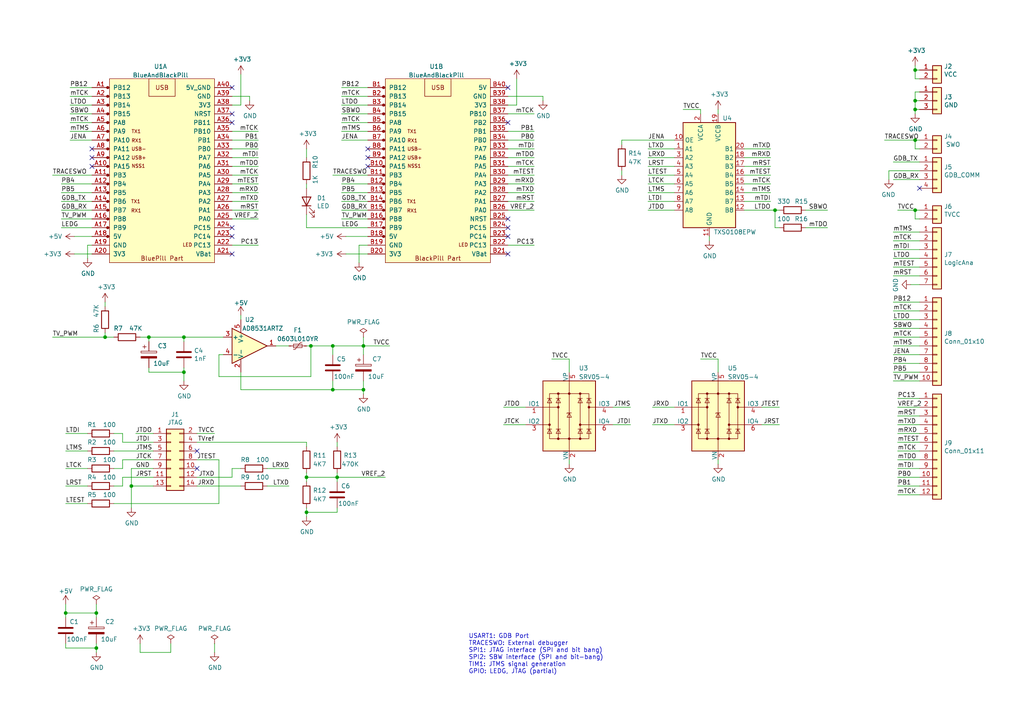
<source format=kicad_sch>
(kicad_sch (version 20211123) (generator eeschema)
  (paper "A4")
  (title_block (title "MSPBMP Development Protoboard") (date "2022-01-09") (rev "3") (company "Mathias Gruber") (comment 1 "With optional TRACE SWO using FT232RL"))
  (junction (at 265.43 40.64))
  (junction (at 53.34 97.79))
  (junction (at 97.79 138.43))
  (junction (at 265.43 20.32))
  (junction (at 88.9 138.43))
  (junction (at 43.18 97.79))
  (junction (at 19.05 177.8))
  (junction (at 88.9 148.59))
  (junction (at 265.43 31.75))
  (junction (at 265.43 60.96))
  (junction (at 96.52 113.03))
  (junction (at 30.48 97.79))
  (junction (at 90.17 100.33))
  (junction (at 38.1 140.97))
  (junction (at 53.34 107.95))
  (junction (at 105.41 100.33))
  (junction (at 224.79 60.96))
  (junction (at 265.43 29.21))
  (junction (at 105.41 113.03))
  (junction (at 96.52 100.33))
  (junction (at 27.94 187.96))
  (junction (at 27.94 177.8))
  (no_connect (at 26.67 48.26))
  (no_connect (at 67.31 33.02))
  (no_connect (at 67.31 68.58))
  (no_connect (at 67.31 66.04))
  (no_connect (at 67.31 73.66))
  (no_connect (at 67.31 25.4))
  (no_connect (at 26.67 43.18))
  (no_connect (at 26.67 45.72))
  (no_connect (at 147.32 66.04))
  (no_connect (at 106.68 45.72))
  (no_connect (at 106.68 43.18))
  (no_connect (at 67.31 35.56))
  (no_connect (at 147.32 35.56))
  (no_connect (at 266.7 54.61))
  (no_connect (at 57.15 135.89))
  (no_connect (at 147.32 73.66))
  (no_connect (at 147.32 68.58))
  (no_connect (at 147.32 25.4))
  (no_connect (at 57.15 130.81))
  (no_connect (at 106.68 48.26))
  (no_connect (at 147.32 63.5))
  (wire (pts (xy 265.43 33.02) (xy 265.43 31.75)))
  (wire (pts (xy 265.43 19.05) (xy 265.43 20.32)))
  (wire (pts (xy 62.23 189.23) (xy 62.23 186.69)))
  (wire (pts (xy 198.12 31.75) (xy 203.2 31.75)))
  (wire (pts (xy 67.31 53.34) (xy 74.93 53.34)))
  (wire (pts (xy 220.98 118.11) (xy 226.06 118.11)))
  (wire (pts (xy 105.41 97.79) (xy 105.41 100.33)))
  (wire (pts (xy 15.24 50.8) (xy 26.67 50.8)))
  (wire (pts (xy 44.45 125.73) (xy 39.37 125.73)))
  (wire (pts (xy 147.32 38.1) (xy 154.94 38.1)))
  (wire (pts (xy 17.78 58.42) (xy 26.67 58.42)))
  (wire (pts (xy 265.43 60.96) (xy 265.43 63.5)))
  (wire (pts (xy 38.1 135.89) (xy 38.1 140.97)))
  (wire (pts (xy 69.85 91.44) (xy 69.85 92.71)))
  (wire (pts (xy 189.23 118.11) (xy 195.58 118.11)))
  (wire (pts (xy 146.05 118.11) (xy 152.4 118.11)))
  (wire (pts (xy 35.56 135.89) (xy 33.02 135.89)))
  (wire (pts (xy 215.9 45.72) (xy 223.52 45.72)))
  (wire (pts (xy 40.64 97.79) (xy 43.18 97.79)))
  (wire (pts (xy 67.31 135.89) (xy 69.85 135.89)))
  (wire (pts (xy 35.56 140.97) (xy 33.02 140.97)))
  (wire (pts (xy 88.9 62.23) (xy 88.9 66.04)))
  (wire (pts (xy 38.1 140.97) (xy 38.1 147.32)))
  (wire (pts (xy 88.9 45.72) (xy 88.9 43.18)))
  (wire (pts (xy 99.06 53.34) (xy 106.68 53.34)))
  (wire (pts (xy 160.02 104.14) (xy 165.1 104.14)))
  (wire (pts (xy 19.05 175.26) (xy 19.05 177.8)))
  (wire (pts (xy 63.5 133.35) (xy 63.5 146.05)))
  (wire (pts (xy 265.43 60.96) (xy 266.7 60.96)))
  (wire (pts (xy 44.45 135.89) (xy 38.1 135.89)))
  (wire (pts (xy 240.03 66.04) (xy 233.68 66.04)))
  (wire (pts (xy 106.68 25.4) (xy 99.06 25.4)))
  (wire (pts (xy 177.8 118.11) (xy 182.88 118.11)))
  (wire (pts (xy 96.52 110.49) (xy 96.52 113.03)))
  (wire (pts (xy 147.32 60.96) (xy 154.94 60.96)))
  (wire (pts (xy 266.7 74.93) (xy 259.08 74.93)))
  (wire (pts (xy 67.31 45.72) (xy 74.93 45.72)))
  (wire (pts (xy 21.59 68.58) (xy 26.67 68.58)))
  (wire (pts (xy 106.68 50.8) (xy 96.52 50.8)))
  (wire (pts (xy 90.17 100.33) (xy 96.52 100.33)))
  (wire (pts (xy 105.41 113.03) (xy 105.41 114.3)))
  (wire (pts (xy 67.31 50.8) (xy 74.93 50.8)))
  (wire (pts (xy 106.68 60.96) (xy 99.06 60.96)))
  (wire (pts (xy 77.47 140.97) (xy 83.82 140.97)))
  (wire (pts (xy 266.7 105.41) (xy 259.08 105.41)))
  (wire (pts (xy 53.34 97.79) (xy 53.34 99.06)))
  (wire (pts (xy 187.96 60.96) (xy 195.58 60.96)))
  (wire (pts (xy 187.96 45.72) (xy 195.58 45.72)))
  (wire (pts (xy 266.7 29.21) (xy 265.43 29.21)))
  (wire (pts (xy 224.79 60.96) (xy 226.06 60.96)))
  (wire (pts (xy 147.32 40.64) (xy 154.94 40.64)))
  (wire (pts (xy 208.28 104.14) (xy 203.2 104.14)))
  (wire (pts (xy 20.32 35.56) (xy 26.67 35.56)))
  (wire (pts (xy 80.01 100.33) (xy 83.82 100.33)))
  (wire (pts (xy 17.78 55.88) (xy 26.67 55.88)))
  (wire (pts (xy 20.32 40.64) (xy 26.67 40.64)))
  (wire (pts (xy 67.31 71.12) (xy 74.93 71.12)))
  (wire (pts (xy 265.43 40.64) (xy 265.43 43.18)))
  (wire (pts (xy 25.4 135.89) (xy 19.05 135.89)))
  (wire (pts (xy 96.52 100.33) (xy 96.52 102.87)))
  (wire (pts (xy 20.32 30.48) (xy 26.67 30.48)))
  (wire (pts (xy 30.48 87.63) (xy 30.48 88.9)))
  (wire (pts (xy 266.7 115.57) (xy 260.35 115.57)))
  (wire (pts (xy 72.39 29.21) (xy 72.39 27.94)))
  (wire (pts (xy 259.08 102.87) (xy 266.7 102.87)))
  (wire (pts (xy 215.9 48.26) (xy 223.52 48.26)))
  (wire (pts (xy 20.32 27.94) (xy 26.67 27.94)))
  (wire (pts (xy 44.45 140.97) (xy 38.1 140.97)))
  (wire (pts (xy 224.79 60.96) (xy 224.79 66.04)))
  (wire (pts (xy 105.41 100.33) (xy 113.03 100.33)))
  (wire (pts (xy 266.7 143.51) (xy 260.35 143.51)))
  (wire (pts (xy 215.9 58.42) (xy 223.52 58.42)))
  (wire (pts (xy 57.15 128.27) (xy 88.9 128.27)))
  (wire (pts (xy 96.52 100.33) (xy 105.41 100.33)))
  (wire (pts (xy 266.7 128.27) (xy 260.35 128.27)))
  (wire (pts (xy 43.18 97.79) (xy 53.34 97.79)))
  (wire (pts (xy 97.79 128.27) (xy 97.79 129.54)))
  (wire (pts (xy 266.7 140.97) (xy 260.35 140.97)))
  (wire (pts (xy 147.32 45.72) (xy 154.94 45.72)))
  (wire (pts (xy 106.68 27.94) (xy 99.06 27.94)))
  (wire (pts (xy 69.85 30.48) (xy 69.85 21.59)))
  (wire (pts (xy 88.9 66.04) (xy 106.68 66.04)))
  (wire (pts (xy 69.85 107.95) (xy 69.85 113.03)))
  (wire (pts (xy 67.31 138.43) (xy 67.31 135.89)))
  (wire (pts (xy 88.9 100.33) (xy 90.17 100.33)))
  (wire (pts (xy 20.32 33.02) (xy 26.67 33.02)))
  (wire (pts (xy 49.53 189.23) (xy 40.64 189.23)))
  (wire (pts (xy 257.81 49.53) (xy 266.7 49.53)))
  (wire (pts (xy 205.74 68.58) (xy 205.74 69.85)))
  (wire (pts (xy 266.7 63.5) (xy 265.43 63.5)))
  (wire (pts (xy 99.06 38.1) (xy 106.68 38.1)))
  (wire (pts (xy 195.58 40.64) (xy 180.34 40.64)))
  (wire (pts (xy 215.9 50.8) (xy 223.52 50.8)))
  (wire (pts (xy 88.9 54.61) (xy 88.9 53.34)))
  (wire (pts (xy 67.31 40.64) (xy 74.93 40.64)))
  (wire (pts (xy 266.7 130.81) (xy 260.35 130.81)))
  (wire (pts (xy 259.08 100.33) (xy 266.7 100.33)))
  (wire (pts (xy 99.06 63.5) (xy 106.68 63.5)))
  (wire (pts (xy 97.79 138.43) (xy 97.79 139.7)))
  (wire (pts (xy 53.34 97.79) (xy 64.77 97.79)))
  (wire (pts (xy 63.5 146.05) (xy 33.02 146.05)))
  (wire (pts (xy 266.7 80.01) (xy 259.08 80.01)))
  (wire (pts (xy 25.4 71.12) (xy 25.4 74.93)))
  (wire (pts (xy 147.32 27.94) (xy 157.48 27.94)))
  (wire (pts (xy 43.18 106.68) (xy 43.18 107.95)))
  (wire (pts (xy 25.4 140.97) (xy 19.05 140.97)))
  (wire (pts (xy 266.7 95.25) (xy 259.08 95.25)))
  (wire (pts (xy 187.96 55.88) (xy 195.58 55.88)))
  (wire (pts (xy 266.7 77.47) (xy 259.08 77.47)))
  (wire (pts (xy 265.43 40.64) (xy 266.7 40.64)))
  (wire (pts (xy 266.7 97.79) (xy 259.08 97.79)))
  (wire (pts (xy 265.43 29.21) (xy 265.43 26.67)))
  (wire (pts (xy 17.78 53.34) (xy 26.67 53.34)))
  (wire (pts (xy 266.7 87.63) (xy 259.08 87.63)))
  (wire (pts (xy 266.7 120.65) (xy 260.35 120.65)))
  (wire (pts (xy 35.56 128.27) (xy 35.56 125.73)))
  (wire (pts (xy 88.9 138.43) (xy 88.9 139.7)))
  (wire (pts (xy 97.79 148.59) (xy 88.9 148.59)))
  (wire (pts (xy 19.05 125.73) (xy 25.4 125.73)))
  (wire (pts (xy 67.31 48.26) (xy 74.93 48.26)))
  (wire (pts (xy 43.18 99.06) (xy 43.18 97.79)))
  (wire (pts (xy 266.7 31.75) (xy 265.43 31.75)))
  (wire (pts (xy 49.53 186.69) (xy 49.53 189.23)))
  (wire (pts (xy 57.15 140.97) (xy 69.85 140.97)))
  (wire (pts (xy 264.16 82.55) (xy 266.7 82.55)))
  (wire (pts (xy 63.5 102.87) (xy 64.77 102.87)))
  (wire (pts (xy 256.54 40.64) (xy 265.43 40.64)))
  (wire (pts (xy 88.9 147.32) (xy 88.9 148.59)))
  (wire (pts (xy 266.7 69.85) (xy 259.08 69.85)))
  (wire (pts (xy 187.96 48.26) (xy 195.58 48.26)))
  (wire (pts (xy 35.56 133.35) (xy 35.56 135.89)))
  (wire (pts (xy 220.98 123.19) (xy 226.06 123.19)))
  (wire (pts (xy 266.7 20.32) (xy 265.43 20.32)))
  (wire (pts (xy 99.06 40.64) (xy 106.68 40.64)))
  (wire (pts (xy 67.31 55.88) (xy 74.93 55.88)))
  (wire (pts (xy 19.05 146.05) (xy 25.4 146.05)))
  (wire (pts (xy 40.64 189.23) (xy 40.64 186.69)))
  (wire (pts (xy 44.45 128.27) (xy 35.56 128.27)))
  (wire (pts (xy 259.08 46.99) (xy 266.7 46.99)))
  (wire (pts (xy 257.81 52.07) (xy 257.81 49.53)))
  (wire (pts (xy 27.94 186.69) (xy 27.94 187.96)))
  (wire (pts (xy 215.9 43.18) (xy 223.52 43.18)))
  (wire (pts (xy 165.1 104.14) (xy 165.1 107.95)))
  (wire (pts (xy 63.5 109.22) (xy 63.5 102.87)))
  (wire (pts (xy 106.68 30.48) (xy 99.06 30.48)))
  (wire (pts (xy 147.32 58.42) (xy 154.94 58.42)))
  (wire (pts (xy 106.68 33.02) (xy 99.06 33.02)))
  (wire (pts (xy 147.32 50.8) (xy 154.94 50.8)))
  (wire (pts (xy 266.7 138.43) (xy 260.35 138.43)))
  (wire (pts (xy 265.43 20.32) (xy 265.43 22.86)))
  (wire (pts (xy 57.15 125.73) (xy 62.23 125.73)))
  (wire (pts (xy 149.86 22.86) (xy 149.86 30.48)))
  (wire (pts (xy 27.94 187.96) (xy 19.05 187.96)))
  (wire (pts (xy 260.35 60.96) (xy 265.43 60.96)))
  (wire (pts (xy 30.48 97.79) (xy 33.02 97.79)))
  (wire (pts (xy 147.32 71.12) (xy 154.94 71.12)))
  (wire (pts (xy 147.32 43.18) (xy 154.94 43.18)))
  (wire (pts (xy 57.15 138.43) (xy 67.31 138.43)))
  (wire (pts (xy 266.7 90.17) (xy 259.08 90.17)))
  (wire (pts (xy 67.31 60.96) (xy 74.93 60.96)))
  (wire (pts (xy 26.67 71.12) (xy 25.4 71.12)))
  (wire (pts (xy 19.05 186.69) (xy 19.05 187.96)))
  (wire (pts (xy 147.32 53.34) (xy 154.94 53.34)))
  (wire (pts (xy 106.68 58.42) (xy 99.06 58.42)))
  (wire (pts (xy 63.5 109.22) (xy 90.17 109.22)))
  (wire (pts (xy 20.32 25.4) (xy 26.67 25.4)))
  (wire (pts (xy 67.31 43.18) (xy 74.93 43.18)))
  (wire (pts (xy 27.94 177.8) (xy 27.94 179.07)))
  (wire (pts (xy 44.45 138.43) (xy 35.56 138.43)))
  (wire (pts (xy 180.34 49.53) (xy 180.34 50.8)))
  (wire (pts (xy 69.85 113.03) (xy 96.52 113.03)))
  (wire (pts (xy 105.41 100.33) (xy 105.41 102.87)))
  (wire (pts (xy 266.7 72.39) (xy 259.08 72.39)))
  (wire (pts (xy 88.9 148.59) (xy 88.9 149.86)))
  (wire (pts (xy 259.08 52.07) (xy 266.7 52.07)))
  (wire (pts (xy 67.31 30.48) (xy 69.85 30.48)))
  (wire (pts (xy 266.7 118.11) (xy 260.35 118.11)))
  (wire (pts (xy 97.79 147.32) (xy 97.79 148.59)))
  (wire (pts (xy 266.7 135.89) (xy 260.35 135.89)))
  (wire (pts (xy 67.31 63.5) (xy 74.93 63.5)))
  (wire (pts (xy 180.34 40.64) (xy 180.34 41.91)))
  (wire (pts (xy 35.56 125.73) (xy 33.02 125.73)))
  (wire (pts (xy 147.32 33.02) (xy 154.94 33.02)))
  (wire (pts (xy 187.96 43.18) (xy 195.58 43.18)))
  (wire (pts (xy 146.05 123.19) (xy 152.4 123.19)))
  (wire (pts (xy 240.03 60.96) (xy 233.68 60.96)))
  (wire (pts (xy 165.1 133.35) (xy 165.1 134.62)))
  (wire (pts (xy 19.05 177.8) (xy 19.05 179.07)))
  (wire (pts (xy 106.68 71.12) (xy 104.14 71.12)))
  (wire (pts (xy 266.7 123.19) (xy 260.35 123.19)))
  (wire (pts (xy 90.17 100.33) (xy 90.17 109.22)))
  (wire (pts (xy 266.7 43.18) (xy 265.43 43.18)))
  (wire (pts (xy 30.48 96.52) (xy 30.48 97.79)))
  (wire (pts (xy 17.78 66.04) (xy 26.67 66.04)))
  (wire (pts (xy 67.31 38.1) (xy 74.93 38.1)))
  (wire (pts (xy 266.7 110.49) (xy 259.08 110.49)))
  (wire (pts (xy 17.78 60.96) (xy 26.67 60.96)))
  (wire (pts (xy 17.78 63.5) (xy 26.67 63.5)))
  (wire (pts (xy 53.34 107.95) (xy 53.34 110.49)))
  (wire (pts (xy 203.2 33.02) (xy 203.2 31.75)))
  (wire (pts (xy 215.9 55.88) (xy 223.52 55.88)))
  (wire (pts (xy 265.43 22.86) (xy 266.7 22.86)))
  (wire (pts (xy 189.23 123.19) (xy 195.58 123.19)))
  (wire (pts (xy 97.79 137.16) (xy 97.79 138.43)))
  (wire (pts (xy 44.45 133.35) (xy 35.56 133.35)))
  (wire (pts (xy 15.24 97.79) (xy 30.48 97.79)))
  (wire (pts (xy 96.52 113.03) (xy 105.41 113.03)))
  (wire (pts (xy 157.48 27.94) (xy 157.48 29.21)))
  (wire (pts (xy 266.7 107.95) (xy 259.08 107.95)))
  (wire (pts (xy 208.28 104.14) (xy 208.28 107.95)))
  (wire (pts (xy 215.9 60.96) (xy 224.79 60.96)))
  (wire (pts (xy 265.43 26.67) (xy 266.7 26.67)))
  (wire (pts (xy 104.14 71.12) (xy 104.14 76.2)))
  (wire (pts (xy 53.34 106.68) (xy 53.34 107.95)))
  (wire (pts (xy 72.39 27.94) (xy 67.31 27.94)))
  (wire (pts (xy 226.06 66.04) (xy 224.79 66.04)))
  (wire (pts (xy 88.9 137.16) (xy 88.9 138.43)))
  (wire (pts (xy 44.45 130.81) (xy 33.02 130.81)))
  (wire (pts (xy 27.94 187.96) (xy 27.94 189.23)))
  (wire (pts (xy 106.68 35.56) (xy 99.06 35.56)))
  (wire (pts (xy 187.96 50.8) (xy 195.58 50.8)))
  (wire (pts (xy 88.9 138.43) (xy 97.79 138.43)))
  (wire (pts (xy 187.96 53.34) (xy 195.58 53.34)))
  (wire (pts (xy 266.7 125.73) (xy 260.35 125.73)))
  (wire (pts (xy 43.18 107.95) (xy 53.34 107.95)))
  (wire (pts (xy 25.4 130.81) (xy 19.05 130.81)))
  (wire (pts (xy 88.9 128.27) (xy 88.9 129.54)))
  (wire (pts (xy 208.28 133.35) (xy 208.28 134.62)))
  (wire (pts (xy 265.43 31.75) (xy 265.43 29.21)))
  (wire (pts (xy 266.7 133.35) (xy 260.35 133.35)))
  (wire (pts (xy 208.28 31.75) (xy 208.28 33.02)))
  (wire (pts (xy 106.68 55.88) (xy 99.06 55.88)))
  (wire (pts (xy 147.32 48.26) (xy 154.94 48.26)))
  (wire (pts (xy 266.7 92.71) (xy 259.08 92.71)))
  (wire (pts (xy 215.9 53.34) (xy 223.52 53.34)))
  (wire (pts (xy 266.7 67.31) (xy 259.08 67.31)))
  (wire (pts (xy 57.15 133.35) (xy 63.5 133.35)))
  (wire (pts (xy 20.32 38.1) (xy 26.67 38.1)))
  (wire (pts (xy 105.41 110.49) (xy 105.41 113.03)))
  (wire (pts (xy 35.56 138.43) (xy 35.56 140.97)))
  (wire (pts (xy 19.05 177.8) (xy 27.94 177.8)))
  (wire (pts (xy 177.8 123.19) (xy 182.88 123.19)))
  (wire (pts (xy 67.31 58.42) (xy 74.93 58.42)))
  (wire (pts (xy 100.33 68.58) (xy 106.68 68.58)))
  (wire (pts (xy 147.32 30.48) (xy 149.86 30.48)))
  (wire (pts (xy 21.59 73.66) (xy 26.67 73.66)))
  (wire (pts (xy 77.47 135.89) (xy 83.82 135.89)))
  (wire (pts (xy 27.94 175.26) (xy 27.94 177.8)))
  (wire (pts (xy 106.68 73.66) (xy 100.33 73.66)))
  (wire (pts (xy 147.32 55.88) (xy 154.94 55.88)))
  (wire (pts (xy 97.79 138.43) (xy 111.76 138.43)))
  (wire (pts (xy 187.96 58.42) (xy 195.58 58.42)))
  (text "USART1: GDB Port\nTRACESWO: External debugger\nSPI1: JTAG interface (SPI and bit bang)\nSPI2: SBW interface (SPI and bit-bang)\nTIM1: JTMS signal generation\nGPIO: LEDG, JTAG (partial)" (at 135.89 195.58 0) (effects (font (size 1.27 1.27)) (justify left bottom)))
  (label "TV_PWM" (at 99.06 63.5 0))
  (label "TV_PWM" (at 259.08 110.49 0))
  (label "LEDG" (at 17.78 66.04 0))
  (label "TVCC" (at 62.23 125.73 180))
  (label "TRACESWO" (at 15.24 50.8 0))
  (label "mTMS" (at 20.32 38.1 0))
  (label "LRXD" (at 83.82 135.89 180))
  (label "mTCK" (at 20.32 35.56 0))
  (label "mRST" (at 223.52 48.26 180))
  (label "mTCK" (at 223.52 53.34 180))
  (label "LTDO" (at 223.52 60.96 180))
  (label "mTCK" (at 259.08 90.17 0))
  (label "PB5" (at 99.06 55.88 0))
  (label "mTDI" (at 154.94 43.18 180))
  (label "VREF_2" (at 111.76 138.43 180))
  (label "GDB_RX" (at 99.06 60.96 0))
  (label "LTDI" (at 19.05 125.73 0))
  (label "GDB_RX" (at 17.78 60.96 0))
  (label "mTCK" (at 259.08 69.85 0))
  (label "mTMS" (at 259.08 67.31 0))
  (label "mRST" (at 154.94 58.42 180))
  (label "TVCC" (at 113.03 100.33 180))
  (label "PB0" (at 74.93 43.18 180))
  (label "JENA" (at 259.08 102.87 0))
  (label "PB4" (at 99.06 53.34 0))
  (label "PB1" (at 260.35 140.97 0))
  (label "mTMS" (at 223.52 55.88 180))
  (label "JRST" (at 226.06 123.19 180))
  (label "mTMS" (at 99.06 38.1 0))
  (label "JTEST" (at 57.15 133.35 0))
  (label "mTXD" (at 223.52 43.18 180))
  (label "mTXD" (at 74.93 58.42 180))
  (label "LTXD" (at 187.96 43.18 0))
  (label "LTDO" (at 259.08 74.93 0))
  (label "JENA" (at 99.06 40.64 0))
  (label "mTMS" (at 259.08 100.33 0))
  (label "SBWO" (at 99.06 33.02 0))
  (label "mTCK" (at 99.06 35.56 0))
  (label "LTEST" (at 19.05 146.05 0))
  (label "SBWO" (at 259.08 95.25 0))
  (label "PB0" (at 154.94 40.64 180))
  (label "JRXD" (at 189.23 118.11 0))
  (label "mRST" (at 260.35 120.65 0))
  (label "mRST" (at 259.08 80.01 0))
  (label "JRST" (at 39.37 138.43 0))
  (label "mTCK" (at 260.35 143.51 0))
  (label "TVCC" (at 198.12 31.75 0))
  (label "mTCK" (at 74.93 50.8 180))
  (label "mTEST" (at 259.08 77.47 0))
  (label "JTEST" (at 226.06 118.11 180))
  (label "mTEST" (at 223.52 50.8 180))
  (label "mTCK" (at 74.93 38.1 180))
  (label "GDB_TX" (at 259.08 46.99 0))
  (label "mTCK" (at 99.06 27.94 0))
  (label "mTDO" (at 74.93 48.26 180))
  (label "TV_PWM" (at 17.78 63.5 0))
  (label "LTXD" (at 83.82 140.97 180))
  (label "JTMS" (at 39.37 130.81 0))
  (label "LTDO" (at 99.06 30.48 0))
  (label "SBWO" (at 20.32 33.02 0))
  (label "mTEST" (at 154.94 50.8 180))
  (label "PB12" (at 20.32 25.4 0))
  (label "JENA" (at 20.32 40.64 0))
  (label "PC13" (at 74.93 71.12 180))
  (label "mTCK" (at 154.94 33.02 180))
  (label "VREF_2" (at 74.93 63.5 180))
  (label "LTDO" (at 20.32 30.48 0))
  (label "TRACESWO" (at 256.54 40.64 0))
  (label "mTEST" (at 74.93 53.34 180))
  (label "mTEST" (at 260.35 128.27 0))
  (label "mRXD" (at 223.52 45.72 180))
  (label "LTEST" (at 187.96 50.8 0))
  (label "LTDI" (at 187.96 58.42 0))
  (label "mTCK" (at 260.35 130.81 0))
  (label "PB4" (at 259.08 105.41 0))
  (label "PB12" (at 99.06 25.4 0))
  (label "LRST" (at 19.05 140.97 0))
  (label "mTDI" (at 260.35 135.89 0))
  (label "JTDO" (at 39.37 125.73 0))
  (label "JTXD" (at 62.23 138.43 180))
  (label "JRXD" (at 62.23 140.97 180))
  (label "PB1" (at 74.93 40.64 180))
  (label "GDB_RX" (at 259.08 52.07 0))
  (label "PC13" (at 154.94 71.12 180))
  (label "LTCK" (at 187.96 53.34 0))
  (label "TRACESWO" (at 96.52 50.8 0))
  (label "PB1" (at 154.94 38.1 180))
  (label "mRST" (at 74.93 60.96 180))
  (label "TVCC" (at 260.35 60.96 0))
  (label "mTDO" (at 240.03 66.04 180))
  (label "PB0" (at 260.35 138.43 0))
  (label "JTDI" (at 39.37 128.27 0))
  (label "JTDO" (at 187.96 60.96 0))
  (label "mTDO" (at 154.94 45.72 180))
  (label "GND" (at 39.37 135.89 0))
  (label "mTCK" (at 259.08 97.79 0))
  (label "JTDI" (at 182.88 123.19 180))
  (label "LTMS" (at 19.05 130.81 0))
  (label "mRXD" (at 260.35 125.73 0))
  (label "mTDI" (at 259.08 72.39 0))
  (label "mTDI" (at 74.93 45.72 180))
  (label "mTXD" (at 154.94 55.88 180))
  (label "JTDO" (at 146.05 118.11 0))
  (label "mRXD" (at 154.94 53.34 180))
  (label "PB5" (at 259.08 107.95 0))
  (label "PB12" (at 259.08 87.63 0))
  (label "JTXD" (at 189.23 123.19 0))
  (label "LRST" (at 187.96 48.26 0))
  (label "JTMS" (at 182.88 118.11 180))
  (label "LTDO" (at 259.08 92.71 0))
  (label "LTMS" (at 187.96 55.88 0))
  (label "LTCK" (at 19.05 135.89 0))
  (label "LRXD" (at 187.96 45.72 0))
  (label "GDB_TX" (at 99.06 58.42 0))
  (label "LEDG" (at 99.06 66.04 0))
  (label "mTXD" (at 260.35 123.19 0))
  (label "mTDO" (at 260.35 133.35 0))
  (label "PB5" (at 17.78 55.88 0))
  (label "TVCC" (at 160.02 104.14 0))
  (label "VREF_2" (at 154.94 60.96 180))
  (label "PC13" (at 260.35 115.57 0))
  (label "TVCC" (at 203.2 104.14 0))
  (label "SBWO" (at 240.03 60.96 180))
  (label "TVref" (at 62.23 128.27 180))
  (label "JTCK" (at 146.05 123.19 0))
  (label "GDB_TX" (at 17.78 58.42 0))
  (label "mTCK" (at 20.32 27.94 0))
  (label "mTCK" (at 154.94 48.26 180))
  (label "JTCK" (at 39.37 133.35 0))
  (label "PB4" (at 17.78 53.34 0))
  (label "VREF_2" (at 260.35 118.11 0))
  (label "TV_PWM" (at 15.24 97.79 0))
  (label "mTDI" (at 223.52 58.42 180))
  (label "JENA" (at 187.96 40.64 0))
  (label "mRXD" (at 74.93 55.88 180))
  (symbol (lib_id "Connector_Generic:Conn_02x07_Odd_Even") (at 49.53 133.35 0) (unit 1)
    (property "Reference" "J1" (at 50.8 120.2182 0))
    (property "Value" "JTAG" (at 50.8 122.5296 0))
    (property "Footprint" "Connector_IDC:IDC-Header_2x07_P2.54mm_Vertical" (effects hide))
  )
  (symbol (lib_id "Device:R") (at 88.9 49.53 180) (unit 1)
    (property "Reference" "R10" (at 91.44 46.99 90))
    (property "Value" "1K" (at 91.44 52.07 90))
    (property "Footprint" "Resistor_SMD:R_0603_1608Metric_Pad0.98x0.95mm_HandSolder" (effects hide))
  )
  (symbol (lib_id "power:GND") (at 38.1 147.32 0) (unit 1)
    (property "Reference" "#PWR07" (effects hide))
    (property "Value" "GND" (at 38.227 151.7142 0))
  )
  (symbol (lib_id "Device:LED") (at 88.9 58.42 90) (unit 1)
    (property "Reference" "D1" (at 91.8972 57.4294 90) (effects (justify right)))
    (property "Value" "LED" (at 91.8972 59.7408 90) (effects (justify right)))
    (property "Footprint" "LED_THT:LED_D3.0mm" (effects hide))
  )
  (symbol (lib_id "power:+3V3") (at 100.33 73.66 90) (unit 1)
    (property "Reference" "#PWR018" (effects hide))
    (property "Value" "+3V3" (at 93.98 73.66 90))
  )
  (symbol (lib_id "Device:R") (at 29.21 130.81 270) (unit 1)
    (property "Reference" "R2" (at 26.67 128.27 90))
    (property "Value" "100" (at 31.75 128.27 90))
    (property "Footprint" "Resistor_SMD:R_0603_1608Metric_Pad0.98x0.95mm_HandSolder" (effects hide))
  )
  (symbol (lib_id "Device:R") (at 29.21 135.89 270) (unit 1)
    (property "Reference" "R3" (at 26.67 133.35 90))
    (property "Value" "100" (at 31.75 133.35 90))
    (property "Footprint" "Resistor_SMD:R_0603_1608Metric_Pad0.98x0.95mm_HandSolder" (effects hide))
  )
  (symbol (lib_id "Device:R") (at 29.21 125.73 270) (unit 1)
    (property "Reference" "R1" (at 26.67 123.19 90))
    (property "Value" "100" (at 31.75 123.19 90))
    (property "Footprint" "Resistor_SMD:R_0603_1608Metric_Pad0.98x0.95mm_HandSolder" (effects hide))
  )
  (symbol (lib_id "power:+3V3") (at 88.9 43.18 0) (unit 1)
    (property "Reference" "#PWR014" (effects hide))
    (property "Value" "+3V3" (at 89.281 38.7858 0))
  )
  (symbol (lib_id "Device:R") (at 29.21 140.97 270) (unit 1)
    (property "Reference" "R4" (at 26.67 138.43 90))
    (property "Value" "100" (at 31.75 138.43 90))
    (property "Footprint" "Resistor_SMD:R_0603_1608Metric_Pad0.98x0.95mm_HandSolder" (effects hide))
  )
  (symbol (lib_id "Connector_Generic:Conn_01x04") (at 271.78 49.53 0) (unit 1)
    (property "Reference" "J5" (at 273.812 48.4632 0) (effects (justify left)))
    (property "Value" "GDB_COMM" (at 273.812 50.7746 0) (effects (justify left)))
    (property "Footprint" "Connector_Molex:Molex_KK-254_AE-6410-04A_1x04_P2.54mm_Vertical" (effects hide))
  )
  (symbol (lib_id "power:GND") (at 257.81 52.07 0) (mirror y) (unit 1)
    (property "Reference" "#PWR028" (effects hide))
    (property "Value" "GND" (at 257.683 56.4642 0))
  )
  (symbol (lib_id "Device:R") (at 88.9 133.35 180) (unit 1)
    (property "Reference" "R11" (at 92.71 132.08 0))
    (property "Value" "4K7" (at 92.71 134.62 0))
    (property "Footprint" "Resistor_SMD:R_0603_1608Metric_Pad0.98x0.95mm_HandSolder" (effects hide))
  )
  (symbol (lib_id "power:GND") (at 104.14 76.2 0) (unit 1)
    (property "Reference" "#PWR019" (effects hide))
    (property "Value" "GND" (at 104.267 80.5942 0))
  )
  (symbol (lib_id "power:+3V3") (at 149.86 22.86 0) (unit 1)
    (property "Reference" "#PWR021" (effects hide))
    (property "Value" "+3V3" (at 150.241 18.4658 0))
  )
  (symbol (lib_id "Device:R") (at 88.9 143.51 180) (unit 1)
    (property "Reference" "R12" (at 92.71 142.24 0))
    (property "Value" "4K7" (at 92.71 144.78 0))
    (property "Footprint" "Resistor_SMD:R_0603_1608Metric_Pad0.98x0.95mm_HandSolder" (effects hide))
  )
  (symbol (lib_id "power:GND") (at 88.9 149.86 0) (unit 1)
    (property "Reference" "#PWR015" (effects hide))
    (property "Value" "GND" (at 89.027 154.2542 0))
  )
  (symbol (lib_id "power:PWR_FLAG") (at 49.53 186.69 0) (unit 1)
    (property "Reference" "#FLG02" (effects hide))
    (property "Value" "PWR_FLAG" (at 49.53 182.2958 0))
  )
  (symbol (lib_id "power:GND") (at 157.48 29.21 0) (unit 1)
    (property "Reference" "#PWR022" (effects hide))
    (property "Value" "GND" (at 157.607 33.6042 0))
  )
  (symbol (lib_id "Device:R") (at 29.21 146.05 270) (unit 1)
    (property "Reference" "R5" (at 26.67 143.51 90))
    (property "Value" "100" (at 31.75 143.51 90))
    (property "Footprint" "Resistor_SMD:R_0603_1608Metric_Pad0.98x0.95mm_HandSolder" (effects hide))
  )
  (symbol (lib_id "power:PWR_FLAG") (at 62.23 186.69 0) (unit 1)
    (property "Reference" "#FLG03" (effects hide))
    (property "Value" "PWR_FLAG" (at 62.23 182.2958 0))
  )
  (symbol (lib_id "power:GND") (at 62.23 189.23 0) (unit 1)
    (property "Reference" "#PWR010" (effects hide))
    (property "Value" "GND" (at 62.357 193.6242 0))
  )
  (symbol (lib_id "power:+3V3") (at 40.64 186.69 0) (unit 1)
    (property "Reference" "#PWR08" (effects hide))
    (property "Value" "+3V3" (at 41.021 182.2958 0))
  )
  (symbol (lib_id "Connector_Generic:Conn_01x07") (at 271.78 74.93 0) (unit 1)
    (property "Reference" "J7" (at 273.812 73.8632 0) (effects (justify left)))
    (property "Value" "LogicAna" (at 273.812 76.1746 0) (effects (justify left)))
    (property "Footprint" "Connector_PinHeader_2.54mm:PinHeader_1x07_P2.54mm_Vertical" (effects hide))
  )
  (symbol (lib_id "Connector_Generic:Conn_01x02") (at 271.78 20.32 0) (unit 1)
    (property "Reference" "J2" (at 273.812 19.2532 0) (effects (justify left)))
    (property "Value" "VCC" (at 273.812 21.5646 0) (effects (justify left)))
    (property "Footprint" "Connector_PinHeader_2.54mm:PinHeader_1x02_P2.54mm_Vertical" (effects hide))
  )
  (symbol (lib_id "Connector_Generic:Conn_01x03") (at 271.78 29.21 0) (unit 1)
    (property "Reference" "J3" (at 273.812 28.1432 0) (effects (justify left)))
    (property "Value" "GND" (at 273.812 30.4546 0) (effects (justify left)))
    (property "Footprint" "Connector_PinHeader_2.54mm:PinHeader_1x03_P2.54mm_Vertical" (effects hide))
  )
  (symbol (lib_id "power:+3V3") (at 265.43 19.05 0) (unit 1)
    (property "Reference" "#PWR030" (effects hide))
    (property "Value" "+3V3" (at 265.811 14.6558 0))
  )
  (symbol (lib_id "power:GND") (at 265.43 33.02 0) (unit 1)
    (property "Reference" "#PWR031" (effects hide))
    (property "Value" "GND" (at 265.557 37.4142 0))
  )
  (symbol (lib_id "Connector_Generic:Conn_01x12") (at 271.78 128.27 0) (unit 1)
    (property "Reference" "J9" (at 273.812 128.4732 0) (effects (justify left)))
    (property "Value" "Conn_01x11" (at 273.812 130.7846 0) (effects (justify left)))
    (property "Footprint" "Connector_PinHeader_2.54mm:PinHeader_1x12_P2.54mm_Vertical" (effects hide))
  )
  (symbol (lib_id "Device:R") (at 229.87 66.04 90) (mirror x) (unit 1)
    (property "Reference" "R16" (at 232.41 63.5 90))
    (property "Value" "100" (at 227.33 63.5 90))
    (property "Footprint" "Resistor_SMD:R_0603_1608Metric_Pad0.98x0.95mm_HandSolder" (effects hide))
  )
  (symbol (lib_id "Device:C") (at 96.52 106.68 180) (unit 1)
    (property "Reference" "C5" (at 100.33 104.14 0) (effects (justify left)))
    (property "Value" "100nF" (at 102.87 109.22 0) (effects (justify left)))
    (property "Footprint" "Capacitor_SMD:C_0603_1608Metric_Pad1.08x0.95mm_HandSolder" (effects hide))
  )
  (symbol (lib_id "power:GND") (at 105.41 114.3 0) (unit 1)
    (property "Reference" "#PWR020" (effects hide))
    (property "Value" "GND" (at 105.537 118.6942 0))
  )
  (symbol (lib_id "power:GND") (at 264.16 82.55 270) (unit 1)
    (property "Reference" "#PWR029" (effects hide))
    (property "Value" "GND" (at 259.7658 82.677 0))
  )
  (symbol (lib_id "Connector_Generic:Conn_01x10") (at 271.78 97.79 0) (unit 1)
    (property "Reference" "J8" (at 273.812 96.7232 0) (effects (justify left)))
    (property "Value" "Conn_01x10" (at 273.812 99.0346 0) (effects (justify left)))
    (property "Footprint" "Connector_PinHeader_2.54mm:PinHeader_1x10_P2.54mm_Vertical" (effects hide))
  )
  (symbol (lib_id "Device:R") (at 73.66 135.89 270) (unit 1)
    (property "Reference" "R8" (at 71.12 133.35 90))
    (property "Value" "100" (at 76.2 133.35 90))
    (property "Footprint" "Resistor_SMD:R_0603_1608Metric_Pad0.98x0.95mm_HandSolder" (effects hide))
  )
  (symbol (lib_id "Device:R") (at 73.66 140.97 270) (unit 1)
    (property "Reference" "R9" (at 71.12 138.43 90))
    (property "Value" "100" (at 76.2 138.43 90))
    (property "Footprint" "Resistor_SMD:R_0603_1608Metric_Pad0.98x0.95mm_HandSolder" (effects hide))
  )
  (symbol (lib_id "power:+3V3") (at 97.79 128.27 0) (unit 1)
    (property "Reference" "#PWR016" (effects hide))
    (property "Value" "+3V3" (at 98.171 123.8758 0))
  )
  (symbol (lib_id "power:+5V") (at 69.85 91.44 0) (unit 1)
    (property "Reference" "#PWR012" (effects hide))
    (property "Value" "+5V" (at 69.85 87.8642 0))
  )
  (symbol (lib_id "power:+3V3") (at 30.48 87.63 0) (unit 1)
    (property "Reference" "#PWR06" (effects hide))
    (property "Value" "+3V3" (at 30.861 83.2358 0))
  )
  (symbol (lib_id "Power_Protection:SRV05-4") (at 165.1 120.65 0) (unit 1)
    (property "Reference" "U3" (at 167.8687 106.7902 0) (effects (justify left)))
    (property "Value" "SRV05-4" (at 167.8687 109.3271 0) (effects (justify left)))
    (property "Footprint" "Package_TO_SOT_SMD:SOT-23-6_Handsoldering" (effects hide))
    (property "Datasheet" "http://www.onsemi.com/pub/Collateral/SRV05-4-D.PDF" (effects hide))
    (property "LCSC" "C513484" (effects hide))
  )
  (symbol (lib_id "power:GND") (at 165.1 134.62 0) (unit 1)
    (property "Reference" "#PWR023" (effects hide))
    (property "Value" "GND" (at 165.227 139.0142 0))
  )
  (symbol (lib_id "BlueBlackPill:BlueAndBlackPill") (at 127 48.26 0) (unit 2)
    (property "Reference" "U1" (at 126.5682 19.2872 0))
    (property "Value" "BlueAndBlackPill" (at 126.5682 21.8241 0))
    (property "Footprint" "lib:BlueBlackPill" (effects hide))
  )
  (symbol (lib_id "power:GND") (at 205.74 69.85 0) (unit 1)
    (property "Reference" "#PWR025" (effects hide))
    (property "Value" "GND" (at 205.867 74.2442 0))
  )
  (symbol (lib_id "Device:C_Polarized") (at 43.18 102.87 0) (unit 1)
    (property "Reference" "C3" (at 45.72 100.33 0) (effects (justify left)))
    (property "Value" "10uF" (at 44.45 105.41 0) (effects (justify left)))
    (property "Footprint" "Capacitor_SMD:C_0603_1608Metric_Pad1.08x0.95mm_HandSolder" (effects hide))
  )
  (symbol (lib_id "Device:R") (at 229.87 60.96 90) (mirror x) (unit 1)
    (property "Reference" "R15" (at 232.41 58.42 90))
    (property "Value" "330" (at 227.33 58.42 90))
    (property "Footprint" "Resistor_SMD:R_0603_1608Metric_Pad0.98x0.95mm_HandSolder" (effects hide))
  )
  (symbol (lib_id "Device:C") (at 19.05 182.88 180) (unit 1)
    (property "Reference" "C1" (at 22.86 180.34 0) (effects (justify left)))
    (property "Value" "100nF" (at 25.4 185.42 0) (effects (justify left)))
    (property "Footprint" "Capacitor_SMD:C_0603_1608Metric_Pad1.08x0.95mm_HandSolder" (effects hide))
  )
  (symbol (lib_id "power:+5V") (at 100.33 68.58 90) (unit 1)
    (property "Reference" "#PWR017" (effects hide))
    (property "Value" "+5V" (at 92.71 68.58 90) (effects (justify right)))
  )
  (symbol (lib_id "ad8531artz:AD8531ARTZ") (at 72.39 100.33 0) (unit 1)
    (property "Reference" "U2" (at 72.39 92.71 0))
    (property "Value" "AD8531ARTZ" (at 76.2 95.25 0))
    (property "Footprint" "Package_TO_SOT_SMD:SOT-23-5_HandSoldering" (effects hide))
  )
  (symbol (lib_id "power:+3V3") (at 21.59 73.66 90) (unit 1)
    (property "Reference" "#PWR03" (effects hide))
    (property "Value" "+3V3" (at 15.24 73.66 90))
  )
  (symbol (lib_id "power:+3V3") (at 69.85 21.59 0) (unit 1)
    (property "Reference" "#PWR011" (effects hide))
    (property "Value" "+3V3" (at 70.231 17.1958 0))
  )
  (symbol (lib_id "Device:Polyfuse_Small") (at 86.36 100.33 90) (unit 1)
    (property "Reference" "F1" (at 86.36 95.7412 90))
    (property "Value" "0603L010YR" (at 86.36 98.2781 90))
    (property "Footprint" "Fuse:Fuse_0603_1608Metric_Pad1.05x0.95mm_HandSolder" (effects hide))
  )
  (symbol (lib_id "Device:C_Polarized") (at 27.94 182.88 0) (unit 1)
    (property "Reference" "C2" (at 30.48 180.34 0) (effects (justify left)))
    (property "Value" "10uF" (at 29.21 185.42 0) (effects (justify left)))
    (property "Footprint" "Capacitor_SMD:C_0603_1608Metric_Pad1.08x0.95mm_HandSolder" (effects hide))
  )
  (symbol (lib_id "Connector_Generic:Conn_01x02") (at 271.78 60.96 0) (unit 1)
    (property "Reference" "J6" (at 273.812 59.8932 0) (effects (justify left)))
    (property "Value" "TVCC" (at 273.812 62.2046 0) (effects (justify left)))
    (property "Footprint" "Connector_PinHeader_2.54mm:PinHeader_1x02_P2.54mm_Vertical" (effects hide))
  )
  (symbol (lib_id "power:+3V3") (at 208.28 31.75 0) (unit 1)
    (property "Reference" "#PWR026" (effects hide))
    (property "Value" "+3V3" (at 208.661 27.3558 0))
  )
  (symbol (lib_id "Power_Protection:SRV05-4") (at 208.28 120.65 0) (unit 1)
    (property "Reference" "U5" (at 211.0487 106.7902 0) (effects (justify left)))
    (property "Value" "SRV05-4" (at 211.0487 109.3271 0) (effects (justify left)))
    (property "Footprint" "Package_TO_SOT_SMD:SOT-23-6_Handsoldering" (effects hide))
    (property "Datasheet" "http://www.onsemi.com/pub/Collateral/SRV05-4-D.PDF" (effects hide))
    (property "LCSC" "C513484" (effects hide))
  )
  (symbol (lib_id "Connector_Generic:Conn_01x02") (at 271.78 40.64 0) (unit 1)
    (property "Reference" "J4" (at 273.812 39.5732 0) (effects (justify left)))
    (property "Value" "SWO" (at 274.32 41.91 0) (effects (justify left)))
    (property "Footprint" "Connector_PinHeader_2.54mm:PinHeader_1x02_P2.54mm_Vertical" (effects hide))
  )
  (symbol (lib_id "Device:C") (at 97.79 143.51 180) (unit 1)
    (property "Reference" "C6" (at 101.6 140.97 0) (effects (justify left)))
    (property "Value" "100nF" (at 104.14 146.05 0) (effects (justify left)))
    (property "Footprint" "Capacitor_SMD:C_0603_1608Metric_Pad1.08x0.95mm_HandSolder" (effects hide))
  )
  (symbol (lib_id "Device:R") (at 30.48 92.71 0) (unit 1)
    (property "Reference" "R6" (at 27.94 95.25 90))
    (property "Value" "47K" (at 27.94 90.17 90))
    (property "Footprint" "Resistor_SMD:R_0603_1608Metric_Pad0.98x0.95mm_HandSolder" (effects hide))
  )
  (symbol (lib_id "power:GND") (at 27.94 189.23 0) (unit 1)
    (property "Reference" "#PWR05" (effects hide))
    (property "Value" "GND" (at 28.067 193.6242 0))
  )
  (symbol (lib_id "Device:C_Polarized") (at 105.41 106.68 0) (unit 1)
    (property "Reference" "C7" (at 107.95 104.14 0) (effects (justify left)))
    (property "Value" "10uF" (at 106.68 109.22 0) (effects (justify left)))
    (property "Footprint" "Capacitor_SMD:C_0603_1608Metric_Pad1.08x0.95mm_HandSolder" (effects hide))
  )
  (symbol (lib_id "power:GND") (at 53.34 110.49 0) (unit 1)
    (property "Reference" "#PWR09" (effects hide))
    (property "Value" "GND" (at 53.467 114.8842 0))
  )
  (symbol (lib_id "power:+5V") (at 19.05 175.26 0) (unit 1)
    (property "Reference" "#PWR01" (effects hide))
    (property "Value" "+5V" (at 19.05 171.45 0))
  )
  (symbol (lib_name "BlueAndBlackPill_1") (lib_id "BlueBlackPill:BlueAndBlackPill") (at 46.99 48.26 0) (unit 1)
    (property "Reference" "U1" (at 46.5582 19.2872 0))
    (property "Value" "BlueAndBlackPill" (at 46.5582 21.8241 0))
    (property "Footprint" "lib:BlueBlackPill" (effects hide))
  )
  (symbol (lib_id "power:GND") (at 25.4 74.93 0) (unit 1)
    (property "Reference" "#PWR04" (effects hide))
    (property "Value" "GND" (at 25.527 79.3242 0))
  )
  (symbol (lib_id "power:PWR_FLAG") (at 105.41 97.79 0) (unit 1)
    (property "Reference" "#FLG04" (effects hide))
    (property "Value" "PWR_FLAG" (at 105.41 93.3958 0))
  )
  (symbol (lib_id "power:GND") (at 180.34 50.8 0) (unit 1)
    (property "Reference" "#PWR024" (effects hide))
    (property "Value" "GND" (at 180.467 55.1942 0))
  )
  (symbol (lib_id "Device:R") (at 36.83 97.79 270) (unit 1)
    (property "Reference" "R7" (at 34.29 95.25 90))
    (property "Value" "47K" (at 39.37 95.25 90))
    (property "Footprint" "Resistor_SMD:R_0603_1608Metric_Pad0.98x0.95mm_HandSolder" (effects hide))
  )
  (symbol (lib_id "power:GND") (at 72.39 29.21 0) (unit 1)
    (property "Reference" "#PWR013" (effects hide))
    (property "Value" "GND" (at 72.517 33.6042 0))
  )
  (symbol (lib_id "Device:R") (at 97.79 133.35 180) (unit 1)
    (property "Reference" "R13" (at 101.6 132.08 0))
    (property "Value" "470K" (at 101.6 134.62 0))
    (property "Footprint" "Resistor_SMD:R_0603_1608Metric_Pad0.98x0.95mm_HandSolder" (effects hide))
  )
  (symbol (lib_id "power:+5V") (at 21.59 68.58 90) (unit 1)
    (property "Reference" "#PWR02" (effects hide))
    (property "Value" "+5V" (at 13.97 68.58 90) (effects (justify right)))
  )
  (symbol (lib_id "Device:C") (at 53.34 102.87 0) (unit 1)
    (property "Reference" "C4" (at 56.261 101.7016 0) (effects (justify left)))
    (property "Value" "1nF" (at 56.261 104.013 0) (effects (justify left)))
    (property "Footprint" "Capacitor_SMD:C_0603_1608Metric_Pad1.08x0.95mm_HandSolder" (effects hide))
  )
  (symbol (lib_id "power:PWR_FLAG") (at 27.94 175.26 0) (unit 1)
    (property "Reference" "#FLG01" (effects hide))
    (property "Value" "PWR_FLAG" (at 27.94 170.8658 0))
  )
  (symbol (lib_id "Logic_LevelTranslator:TXS0108EPW") (at 205.74 50.8 0) (unit 1)
    (property "Reference" "U4" (at 209.55 34.29 0) (effects (justify left)))
    (property "Value" "TXS0108EPW" (at 207.01 67.31 0) (effects (justify left)))
    (property "Footprint" "Package_SO:TSSOP-20_4.4x6.5mm_P0.65mm" (effects hide))
    (property "Datasheet" "www.ti.com/lit/ds/symlink/txs0108e.pdf" (effects hide))
  )
  (symbol (lib_id "power:GND") (at 208.28 134.62 0) (unit 1)
    (property "Reference" "#PWR027" (effects hide))
    (property "Value" "GND" (at 208.407 139.0142 0))
  )
  (symbol (lib_id "Device:R") (at 180.34 45.72 180) (unit 1)
    (property "Reference" "R14" (at 184.15 44.45 0))
    (property "Value" "47K" (at 184.15 46.99 0))
    (property "Footprint" "Resistor_SMD:R_0603_1608Metric_Pad0.98x0.95mm_HandSolder" (effects hide))
  )
)
</source>
